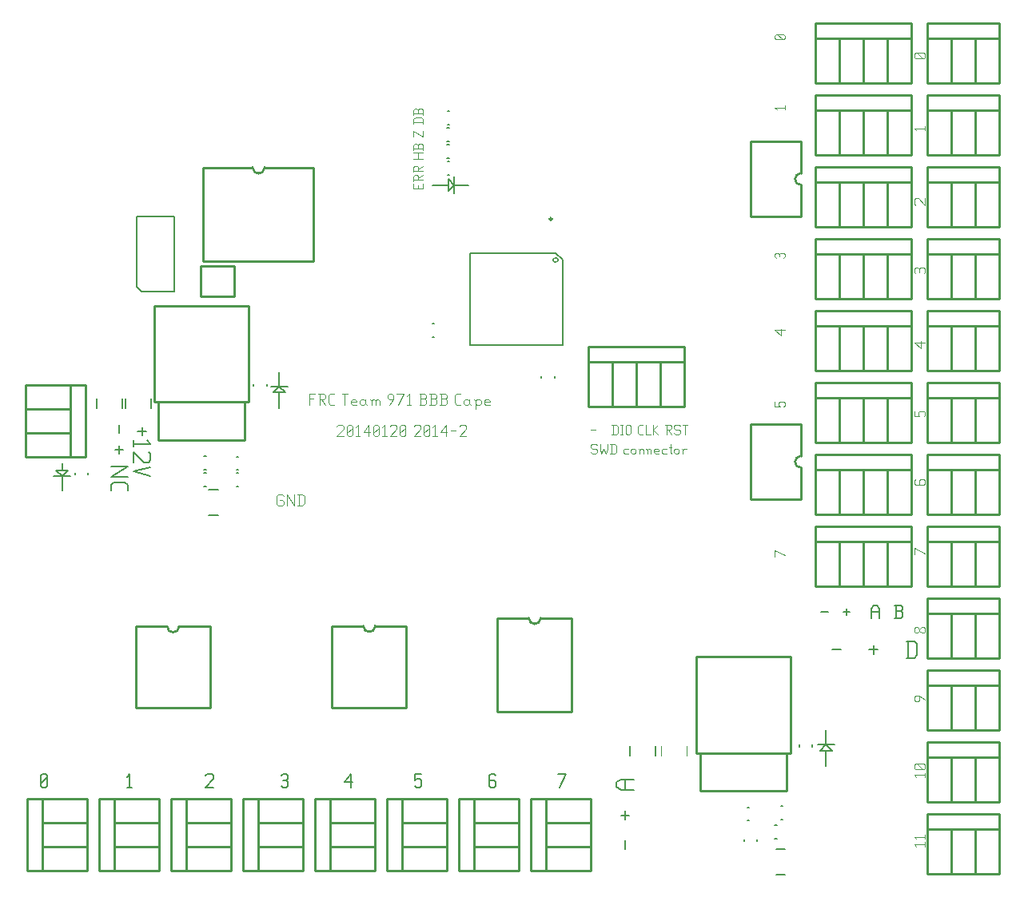
<source format=gbr>
G04 start of page 10 for group -4079 idx -4079 *
G04 Title: 971 BBB Cape, topsilk *
G04 Creator: pcb 20110918 *
G04 CreationDate: Mon Jan 20 21:04:42 2014 UTC *
G04 For: brians *
G04 Format: Gerber/RS-274X *
G04 PCB-Dimensions: 500000 400000 *
G04 PCB-Coordinate-Origin: lower left *
%MOIN*%
%FSLAX25Y25*%
%LNTOPSILK*%
%ADD324C,0.0030*%
%ADD323C,0.0080*%
%ADD322C,0.0100*%
%ADD321C,0.0070*%
%ADD320C,0.0040*%
%ADD319C,0.0042*%
%ADD318C,0.0054*%
%ADD317C,0.0072*%
%ADD316C,0.0046*%
%ADD315C,0.0060*%
G54D315*X251441Y328500D02*X248941Y331000D01*
X251441Y328500D02*X248941Y326000D01*
Y331000D01*
X251441Y328500D02*X257441D01*
X251441Y332000D02*Y325000D01*
X248941Y328500D02*X242441D01*
X406441Y95000D02*X403941Y92500D01*
X406441Y95000D02*X408941Y92500D01*
X403941D02*X408941D01*
X406441Y101000D02*Y95000D01*
Y92500D02*Y86000D01*
X402941Y95000D02*X409941D01*
X178441Y244500D02*X175941Y242000D01*
X178441Y244500D02*X180941Y242000D01*
X175941D02*X180941D01*
X178441Y250500D02*Y244500D01*
Y242000D02*Y235500D01*
X174941Y244500D02*X181941D01*
X87941Y207000D02*X90441Y209500D01*
X87941Y207000D02*X85441Y209500D01*
X90441D01*
X87941Y207000D02*Y201000D01*
X84441Y207000D02*X91441D01*
X87941Y209500D02*Y212500D01*
G54D316*X444070Y52497D02*X443150Y53417D01*
X447750D01*
Y54222D02*Y52497D01*
X444070Y55602D02*X443150Y56522D01*
X447750D01*
Y57327D02*Y55602D01*
X444070Y81477D02*X443150Y82397D01*
X447750D01*
Y83202D02*Y81477D01*
X447175Y84582D02*X447750Y85157D01*
X443725Y84582D02*X447175D01*
X443725D02*X443150Y85157D01*
Y86307D02*Y85157D01*
Y86307D02*X443725Y86882D01*
X447175D01*
X447750Y86307D02*X447175Y86882D01*
X447750Y86307D02*Y85157D01*
X446600Y84582D02*X444300Y86882D01*
X447750Y113677D02*X445450Y115402D01*
X443725D02*X445450D01*
X443150Y114827D02*X443725Y115402D01*
X443150Y114827D02*Y113677D01*
X443725Y113102D02*X443150Y113677D01*
X443725Y113102D02*X444875D01*
X445450Y113677D01*
Y115402D02*Y113677D01*
X447175Y141622D02*X447750Y142197D01*
X446255Y141622D02*X447175D01*
X446255D02*X445450Y142427D01*
Y143117D02*Y142427D01*
Y143117D02*X446255Y143922D01*
X447175D01*
X447750Y143347D02*X447175Y143922D01*
X447750Y143347D02*Y142197D01*
X444645Y141622D02*X445450Y142427D01*
X443725Y141622D02*X444645D01*
X443725D02*X443150Y142197D01*
Y143347D02*Y142197D01*
Y143347D02*X443725Y143922D01*
X444645D01*
X445450Y143117D02*X444645Y143922D01*
X447750Y174857D02*X443150Y177157D01*
Y174282D01*
Y205102D02*X443725Y205677D01*
X443150Y205102D02*Y203952D01*
X443725Y203377D02*X443150Y203952D01*
X443725Y203377D02*X447175D01*
X447750Y203952D01*
X445220Y205102D02*X445795Y205677D01*
X445220Y205102D02*Y203377D01*
X447750Y205102D02*Y203952D01*
Y205102D02*X447175Y205677D01*
X445795D02*X447175D01*
X443150Y234197D02*Y231897D01*
X445450D01*
X444875Y232472D01*
Y233622D02*Y232472D01*
Y233622D02*X445450Y234197D01*
X447175D01*
X447750Y233622D02*X447175Y234197D01*
X447750Y233622D02*Y232472D01*
X447175Y231897D02*X447750Y232472D01*
X446025Y260417D02*X443150Y262717D01*
X446025Y263292D02*Y260417D01*
X443150Y262717D02*X447750D01*
X443725Y291582D02*X443150Y292157D01*
Y293307D02*Y292157D01*
Y293307D02*X443725Y293882D01*
X447750Y293307D02*X447175Y293882D01*
X447750Y293307D02*Y292157D01*
X447175Y291582D02*X447750Y292157D01*
X445220Y293307D02*Y292157D01*
X443725Y293882D02*X444645D01*
X445795D02*X447175D01*
X445795D02*X445220Y293307D01*
X444645Y293882D02*X445220Y293307D01*
X443725Y320102D02*X443150Y320677D01*
Y322402D02*Y320677D01*
Y322402D02*X443725Y322977D01*
X444875D01*
X447750Y320102D02*X444875Y322977D01*
X447750D02*Y320102D01*
X444070Y351267D02*X443150Y352187D01*
X447750D01*
Y352992D02*Y351267D01*
X447175Y381282D02*X447750Y381857D01*
X443725Y381282D02*X447175D01*
X443725D02*X443150Y381857D01*
Y383007D02*Y381857D01*
Y383007D02*X443725Y383582D01*
X447175D01*
X447750Y383007D02*X447175Y383582D01*
X447750Y383007D02*Y381857D01*
X446600Y381282D02*X444300Y383582D01*
G54D317*X408938Y134585D02*X412538D01*
X424418D02*X428018D01*
X426218Y136385D02*Y132785D01*
X440798Y138185D02*Y130985D01*
X443138Y138185D02*X444398Y136925D01*
Y132245D01*
X443138Y130985D02*X444398Y132245D01*
X439898Y130985D02*X443138D01*
X439898Y138185D02*X443138D01*
G54D318*X404438Y150435D02*X407138D01*
X413618D02*X416318D01*
X414968Y151785D02*Y149085D01*
X425228Y151785D02*Y147735D01*
Y151785D02*X426173Y153135D01*
X427658D01*
X428603Y151785D01*
Y147735D01*
X425228Y150435D02*X428603D01*
X435083Y147735D02*X437783D01*
X438458Y148410D01*
Y150030D02*Y148410D01*
X437783Y150705D02*X438458Y150030D01*
X435758Y150705D02*X437783D01*
X435758Y153135D02*Y147735D01*
X435083Y153135D02*X437783D01*
X438458Y152460D01*
Y151380D01*
X437783Y150705D02*X438458Y151380D01*
G54D319*X389250Y174022D02*X385050Y176122D01*
Y173497D01*
Y238072D02*Y235972D01*
X387150D01*
X386625Y236497D01*
Y237547D02*Y236497D01*
Y237547D02*X387150Y238072D01*
X388725D01*
X389250Y237547D02*X388725Y238072D01*
X389250Y237547D02*Y236497D01*
X388725Y235972D02*X389250Y236497D01*
X387675Y265792D02*X385050Y267892D01*
X387675Y268417D02*Y265792D01*
X385050Y267892D02*X389250D01*
X385575Y298027D02*X385050Y298552D01*
Y299602D02*Y298552D01*
Y299602D02*X385575Y300127D01*
X389250Y299602D02*X388725Y300127D01*
X389250Y299602D02*Y298552D01*
X388725Y298027D02*X389250Y298552D01*
X386940Y299602D02*Y298552D01*
X385575Y300127D02*X386415D01*
X387465D02*X388725D01*
X387465D02*X386940Y299602D01*
X386415Y300127D02*X386940Y299602D01*
X385890Y359977D02*X385050Y360817D01*
X389250D01*
Y361552D02*Y359977D01*
X388725Y389272D02*X389250Y389797D01*
X385575Y389272D02*X388725D01*
X385575D02*X385050Y389797D01*
Y390847D02*Y389797D01*
Y390847D02*X385575Y391372D01*
X388725D01*
X389250Y390847D02*X388725Y391372D01*
X389250Y390847D02*Y389797D01*
X388200Y389272D02*X386100Y391372D01*
G54D320*X308438Y226485D02*X310438D01*
X317538Y228485D02*Y224485D01*
X318838Y228485D02*X319538Y227785D01*
Y225185D01*
X318838Y224485D02*X319538Y225185D01*
X317038Y224485D02*X318838D01*
X317038Y228485D02*X318838D01*
X320738D02*X321738D01*
X321238D02*Y224485D01*
X320738D02*X321738D01*
X322938Y227985D02*Y224985D01*
Y227985D02*X323438Y228485D01*
X324438D01*
X324938Y227985D01*
Y224985D01*
X324438Y224485D02*X324938Y224985D01*
X323438Y224485D02*X324438D01*
X322938Y224985D02*X323438Y224485D01*
X328638D02*X329938D01*
X327938Y225185D02*X328638Y224485D01*
X327938Y227785D02*Y225185D01*
Y227785D02*X328638Y228485D01*
X329938D01*
X331138D02*Y224485D01*
X333138D01*
X334338Y228485D02*Y224485D01*
Y226485D02*X336338Y228485D01*
X334338Y226485D02*X336338Y224485D01*
X339338Y228485D02*X341338D01*
X341838Y227985D01*
Y226985D01*
X341338Y226485D02*X341838Y226985D01*
X339838Y226485D02*X341338D01*
X339838Y228485D02*Y224485D01*
X340638Y226485D02*X341838Y224485D01*
X345038Y228485D02*X345538Y227985D01*
X343538Y228485D02*X345038D01*
X343038Y227985D02*X343538Y228485D01*
X343038Y227985D02*Y226985D01*
X343538Y226485D01*
X345038D01*
X345538Y225985D01*
Y224985D01*
X345038Y224485D02*X345538Y224985D01*
X343538Y224485D02*X345038D01*
X343038Y224985D02*X343538Y224485D01*
X346738Y228485D02*X348738D01*
X347738D02*Y224485D01*
X310438Y220485D02*X310938Y219985D01*
X308938Y220485D02*X310438D01*
X308438Y219985D02*X308938Y220485D01*
X308438Y219985D02*Y218985D01*
X308938Y218485D01*
X310438D01*
X310938Y217985D01*
Y216985D01*
X310438Y216485D02*X310938Y216985D01*
X308938Y216485D02*X310438D01*
X308438Y216985D02*X308938Y216485D01*
X312138Y220485D02*Y218485D01*
X312638Y216485D01*
X313638Y218485D01*
X314638Y216485D01*
X315138Y218485D01*
Y220485D02*Y218485D01*
X316838Y220485D02*Y216485D01*
X318138Y220485D02*X318838Y219785D01*
Y217185D01*
X318138Y216485D02*X318838Y217185D01*
X316338Y216485D02*X318138D01*
X316338Y220485D02*X318138D01*
X322338Y218485D02*X323838D01*
X321838Y217985D02*X322338Y218485D01*
X321838Y217985D02*Y216985D01*
X322338Y216485D01*
X323838D01*
X325038Y217985D02*Y216985D01*
Y217985D02*X325538Y218485D01*
X326538D01*
X327038Y217985D01*
Y216985D01*
X326538Y216485D02*X327038Y216985D01*
X325538Y216485D02*X326538D01*
X325038Y216985D02*X325538Y216485D01*
X328738Y217985D02*Y216485D01*
Y217985D02*X329238Y218485D01*
X329738D01*
X330238Y217985D01*
Y216485D01*
X328238Y218485D02*X328738Y217985D01*
X331938D02*Y216485D01*
Y217985D02*X332438Y218485D01*
X332938D01*
X333438Y217985D01*
Y216485D01*
X331438Y218485D02*X331938Y217985D01*
X335138Y216485D02*X336638D01*
X334638Y216985D02*X335138Y216485D01*
X334638Y217985D02*Y216985D01*
Y217985D02*X335138Y218485D01*
X336138D01*
X336638Y217985D01*
X334638Y217485D02*X336638D01*
Y217985D02*Y217485D01*
X338338Y218485D02*X339838D01*
X337838Y217985D02*X338338Y218485D01*
X337838Y217985D02*Y216985D01*
X338338Y216485D01*
X339838D01*
X341538Y220485D02*Y216985D01*
X342038Y216485D01*
X341038Y218985D02*X342038D01*
X343038Y217985D02*Y216985D01*
Y217985D02*X343538Y218485D01*
X344538D01*
X345038Y217985D01*
Y216985D01*
X344538Y216485D02*X345038Y216985D01*
X343538Y216485D02*X344538D01*
X343038Y216985D02*X343538Y216485D01*
X346738Y217985D02*Y216485D01*
Y217985D02*X347238Y218485D01*
X348238D01*
X346238D02*X346738Y217985D01*
X236256Y328497D02*Y326997D01*
X238456Y328997D02*Y326997D01*
X234456D02*X238456D01*
X234456Y328997D02*Y326997D01*
Y332197D02*Y330197D01*
Y332197D02*X234956Y332697D01*
X235956D01*
X236456Y332197D02*X235956Y332697D01*
X236456Y332197D02*Y330697D01*
X234456D02*X238456D01*
X236456Y331497D02*X238456Y332697D01*
X234456Y335897D02*Y333897D01*
Y335897D02*X234956Y336397D01*
X235956D01*
X236456Y335897D02*X235956Y336397D01*
X236456Y335897D02*Y334397D01*
X234456D02*X238456D01*
X236456Y335197D02*X238456Y336397D01*
X234456Y339397D02*X238456D01*
X234456Y341897D02*X238456D01*
X236456D02*Y339397D01*
X238456Y345097D02*Y343097D01*
Y345097D02*X237956Y345597D01*
X236756D02*X237956D01*
X236256Y345097D02*X236756Y345597D01*
X236256Y345097D02*Y343597D01*
X234456D02*X238456D01*
X234456Y345097D02*Y343097D01*
Y345097D02*X234956Y345597D01*
X235756D01*
X236256Y345097D02*X235756Y345597D01*
X234456Y351097D02*Y348597D01*
X238456D02*X234456Y351097D01*
X238456D02*Y348597D01*
X234456Y354597D02*X238456D01*
X234456Y355897D02*X235156Y356597D01*
X237756D01*
X238456Y355897D02*X237756Y356597D01*
X238456Y355897D02*Y354097D01*
X234456Y355897D02*Y354097D01*
X238456Y359797D02*Y357797D01*
Y359797D02*X237956Y360297D01*
X236756D02*X237956D01*
X236256Y359797D02*X236756Y360297D01*
X236256Y359797D02*Y358297D01*
X234456D02*X238456D01*
X234456Y359797D02*Y357797D01*
Y359797D02*X234956Y360297D01*
X235756D01*
X236256Y359797D02*X235756Y360297D01*
G54D316*X190941Y241350D02*Y236750D01*
Y241350D02*X193241D01*
X190941Y239280D02*X192666D01*
X194621Y241350D02*X196921D01*
X197496Y240775D01*
Y239625D01*
X196921Y239050D02*X197496Y239625D01*
X195196Y239050D02*X196921D01*
X195196Y241350D02*Y236750D01*
X196116Y239050D02*X197496Y236750D01*
X199681D02*X201176D01*
X198876Y237555D02*X199681Y236750D01*
X198876Y240545D02*Y237555D01*
Y240545D02*X199681Y241350D01*
X201176D01*
X204626D02*X206926D01*
X205776D02*Y236750D01*
X208881D02*X210606D01*
X208306Y237325D02*X208881Y236750D01*
X208306Y238475D02*Y237325D01*
Y238475D02*X208881Y239050D01*
X210031D01*
X210606Y238475D01*
X208306Y237900D02*X210606D01*
Y238475D02*Y237900D01*
X213711Y239050D02*X214286Y238475D01*
X212561Y239050D02*X213711D01*
X211986Y238475D02*X212561Y239050D01*
X211986Y238475D02*Y237325D01*
X212561Y236750D01*
X214286Y239050D02*Y237325D01*
X214861Y236750D01*
X212561D02*X213711D01*
X214286Y237325D01*
X216816Y238475D02*Y236750D01*
Y238475D02*X217391Y239050D01*
X217966D01*
X218541Y238475D01*
Y236750D01*
Y238475D02*X219116Y239050D01*
X219691D01*
X220266Y238475D01*
Y236750D01*
X216241Y239050D02*X216816Y238475D01*
X224291Y236750D02*X226016Y239050D01*
Y240775D02*Y239050D01*
X225441Y241350D02*X226016Y240775D01*
X224291Y241350D02*X225441D01*
X223716Y240775D02*X224291Y241350D01*
X223716Y240775D02*Y239625D01*
X224291Y239050D01*
X226016D01*
X227971Y236750D02*X230271Y241350D01*
X227396D02*X230271D01*
X231651Y240430D02*X232571Y241350D01*
Y236750D01*
X231651D02*X233376D01*
X236826D02*X239126D01*
X239701Y237325D01*
Y238705D02*Y237325D01*
X239126Y239280D02*X239701Y238705D01*
X237401Y239280D02*X239126D01*
X237401Y241350D02*Y236750D01*
X236826Y241350D02*X239126D01*
X239701Y240775D01*
Y239855D01*
X239126Y239280D02*X239701Y239855D01*
X241081Y236750D02*X243381D01*
X243956Y237325D01*
Y238705D02*Y237325D01*
X243381Y239280D02*X243956Y238705D01*
X241656Y239280D02*X243381D01*
X241656Y241350D02*Y236750D01*
X241081Y241350D02*X243381D01*
X243956Y240775D01*
Y239855D01*
X243381Y239280D02*X243956Y239855D01*
X245336Y236750D02*X247636D01*
X248211Y237325D01*
Y238705D02*Y237325D01*
X247636Y239280D02*X248211Y238705D01*
X245911Y239280D02*X247636D01*
X245911Y241350D02*Y236750D01*
X245336Y241350D02*X247636D01*
X248211Y240775D01*
Y239855D01*
X247636Y239280D02*X248211Y239855D01*
X252466Y236750D02*X253961D01*
X251661Y237555D02*X252466Y236750D01*
X251661Y240545D02*Y237555D01*
Y240545D02*X252466Y241350D01*
X253961D01*
X257066Y239050D02*X257641Y238475D01*
X255916Y239050D02*X257066D01*
X255341Y238475D02*X255916Y239050D01*
X255341Y238475D02*Y237325D01*
X255916Y236750D01*
X257641Y239050D02*Y237325D01*
X258216Y236750D01*
X255916D02*X257066D01*
X257641Y237325D01*
X260171Y238475D02*Y235025D01*
X259596Y239050D02*X260171Y238475D01*
X260746Y239050D01*
X261896D01*
X262471Y238475D01*
Y237325D01*
X261896Y236750D02*X262471Y237325D01*
X260746Y236750D02*X261896D01*
X260171Y237325D02*X260746Y236750D01*
X264426D02*X266151D01*
X263851Y237325D02*X264426Y236750D01*
X263851Y238475D02*Y237325D01*
Y238475D02*X264426Y239050D01*
X265576D01*
X266151Y238475D01*
X263851Y237900D02*X266151D01*
Y238475D02*Y237900D01*
X202441Y227775D02*X203016Y228350D01*
X204741D01*
X205316Y227775D01*
Y226625D01*
X202441Y223750D02*X205316Y226625D01*
X202441Y223750D02*X205316D01*
X206696Y224325D02*X207271Y223750D01*
X206696Y227775D02*Y224325D01*
Y227775D02*X207271Y228350D01*
X208421D01*
X208996Y227775D01*
Y224325D01*
X208421Y223750D02*X208996Y224325D01*
X207271Y223750D02*X208421D01*
X206696Y224900D02*X208996Y227200D01*
X210376Y227430D02*X211296Y228350D01*
Y223750D01*
X210376D02*X212101D01*
X213481Y225475D02*X215781Y228350D01*
X213481Y225475D02*X216356D01*
X215781Y228350D02*Y223750D01*
X217736Y224325D02*X218311Y223750D01*
X217736Y227775D02*Y224325D01*
Y227775D02*X218311Y228350D01*
X219461D01*
X220036Y227775D01*
Y224325D01*
X219461Y223750D02*X220036Y224325D01*
X218311Y223750D02*X219461D01*
X217736Y224900D02*X220036Y227200D01*
X221416Y227430D02*X222336Y228350D01*
Y223750D01*
X221416D02*X223141D01*
X224521Y227775D02*X225096Y228350D01*
X226821D01*
X227396Y227775D01*
Y226625D01*
X224521Y223750D02*X227396Y226625D01*
X224521Y223750D02*X227396D01*
X228776Y224325D02*X229351Y223750D01*
X228776Y227775D02*Y224325D01*
Y227775D02*X229351Y228350D01*
X230501D01*
X231076Y227775D01*
Y224325D01*
X230501Y223750D02*X231076Y224325D01*
X229351Y223750D02*X230501D01*
X228776Y224900D02*X231076Y227200D01*
X234526Y227775D02*X235101Y228350D01*
X236826D01*
X237401Y227775D01*
Y226625D01*
X234526Y223750D02*X237401Y226625D01*
X234526Y223750D02*X237401D01*
X238781Y224325D02*X239356Y223750D01*
X238781Y227775D02*Y224325D01*
Y227775D02*X239356Y228350D01*
X240506D01*
X241081Y227775D01*
Y224325D01*
X240506Y223750D02*X241081Y224325D01*
X239356Y223750D02*X240506D01*
X238781Y224900D02*X241081Y227200D01*
X242461Y227430D02*X243381Y228350D01*
Y223750D01*
X242461D02*X244186D01*
X245566Y225475D02*X247866Y228350D01*
X245566Y225475D02*X248441D01*
X247866Y228350D02*Y223750D01*
X249821Y226050D02*X252121D01*
X253501Y227775D02*X254076Y228350D01*
X255801D01*
X256376Y227775D01*
Y226625D01*
X253501Y223750D02*X256376Y226625D01*
X253501Y223750D02*X256376D01*
X179741Y199350D02*X180316Y198775D01*
X178016Y199350D02*X179741D01*
X177441Y198775D02*X178016Y199350D01*
X177441Y198775D02*Y195325D01*
X178016Y194750D01*
X179741D01*
X180316Y195325D01*
Y196475D02*Y195325D01*
X179741Y197050D02*X180316Y196475D01*
X178591Y197050D02*X179741D01*
X181696Y199350D02*Y194750D01*
Y199350D02*X184571Y194750D01*
Y199350D02*Y194750D01*
X186526Y199350D02*Y194750D01*
X188021Y199350D02*X188826Y198545D01*
Y195555D01*
X188021Y194750D02*X188826Y195555D01*
X185951Y194750D02*X188021D01*
X185951Y199350D02*X188021D01*
G54D321*X111691Y228500D02*Y225000D01*
Y219750D02*Y216250D01*
X109941Y218000D02*X113441D01*
X108191Y211000D02*X115191D01*
X108191Y206625D01*
X115191D01*
X108191Y203300D02*Y201025D01*
X109416Y204525D02*X108191Y203300D01*
X109416Y204525D02*X113966D01*
X115191Y203300D01*
Y201025D01*
X121191Y227500D02*Y224000D01*
X119441Y225750D02*X122941D01*
X123291Y221900D02*X124691Y220500D01*
X117691D02*X124691D01*
X117691Y221900D02*Y219275D01*
X123816Y217175D02*X124691Y216300D01*
Y213675D01*
X123816Y212800D01*
X122066D02*X123816D01*
X117691Y217175D02*X122066Y212800D01*
X117691Y217175D02*Y212800D01*
X124691Y210700D02*X117691Y208950D01*
X124691Y207200D01*
G54D317*X322650Y55096D02*Y51496D01*
Y67336D02*Y63736D01*
X320850Y65536D02*X324450D01*
X320850Y75976D02*X326250D01*
X320850D02*X319050Y77236D01*
Y79216D02*Y77236D01*
Y79216D02*X320850Y80476D01*
X326250D01*
X322650D02*Y75976D01*
G54D318*X78938Y77866D02*X79613Y77191D01*
X78938Y81916D02*Y77866D01*
Y81916D02*X79613Y82591D01*
X80963D01*
X81638Y81916D01*
Y77866D01*
X80963Y77191D02*X81638Y77866D01*
X79613Y77191D02*X80963D01*
X78938Y78541D02*X81638Y81241D01*
X114848Y81511D02*X115928Y82591D01*
Y77191D01*
X114848D02*X116873D01*
X147653Y81916D02*X148328Y82591D01*
X150353D01*
X151028Y81916D01*
Y80566D01*
X147653Y77191D02*X151028Y80566D01*
X147653Y77191D02*X151028D01*
X179378Y81916D02*X180053Y82591D01*
X181403D01*
X182078Y81916D01*
X181403Y77191D02*X182078Y77866D01*
X180053Y77191D02*X181403D01*
X179378Y77866D02*X180053Y77191D01*
Y80161D02*X181403D01*
X182078Y81916D02*Y80836D01*
Y79486D02*Y77866D01*
Y79486D02*X181403Y80161D01*
X182078Y80836D02*X181403Y80161D01*
X205568Y79216D02*X208268Y82591D01*
X205568Y79216D02*X208943D01*
X208268Y82591D02*Y77191D01*
X234863Y82591D02*X237563D01*
X234863D02*Y79891D01*
X235538Y80566D01*
X236888D01*
X237563Y79891D01*
Y77866D01*
X236888Y77191D02*X237563Y77866D01*
X235538Y77191D02*X236888D01*
X234863Y77866D02*X235538Y77191D01*
X267938Y82591D02*X268613Y81916D01*
X266588Y82591D02*X267938D01*
X265913Y81916D02*X266588Y82591D01*
X265913Y81916D02*Y77866D01*
X266588Y77191D01*
X267938Y80161D02*X268613Y79486D01*
X265913Y80161D02*X267938D01*
X266588Y77191D02*X267938D01*
X268613Y77866D01*
Y79486D02*Y77866D01*
X295208Y77191D02*X297908Y82591D01*
X294533D02*X297908D01*
G54D322*X448500Y126200D02*Y101200D01*
X478500Y126200D02*Y101200D01*
Y126200D02*X448500D01*
Y119700D02*X478500D01*
X458500Y101200D02*Y119700D01*
X468500Y101200D02*Y119700D01*
X448500Y101200D02*X478500D01*
X448500D02*X458500D01*
X448500Y96200D02*Y71200D01*
X478500Y96200D02*Y71200D01*
Y96200D02*X448500D01*
Y89700D02*X478500D01*
X458500Y71200D02*Y89700D01*
X468500Y71200D02*Y89700D01*
X448500Y71200D02*X478500D01*
X448500D02*X458500D01*
X448500Y66200D02*Y41200D01*
X478500Y66200D02*Y41200D01*
Y66200D02*X448500D01*
Y59700D02*X478500D01*
X458500Y41200D02*Y59700D01*
X468500Y41200D02*Y59700D01*
X448500Y41200D02*X478500D01*
X448500D02*X458500D01*
X448500Y216200D02*Y191200D01*
X478500Y216200D02*Y191200D01*
Y216200D02*X448500D01*
Y209700D02*X478500D01*
X458500Y191200D02*Y209700D01*
X468500Y191200D02*Y209700D01*
X448500Y191200D02*X478500D01*
X448500D02*X458500D01*
X448500Y186200D02*Y161200D01*
X478500Y186200D02*Y161200D01*
Y186200D02*X448500D01*
Y179700D02*X478500D01*
X458500Y161200D02*Y179700D01*
X468500Y161200D02*Y179700D01*
X448500Y161200D02*X478500D01*
X448500D02*X458500D01*
X374835Y228566D02*X396047D01*
X374835D02*Y197434D01*
X396047D01*
Y228566D02*Y215500D01*
Y210500D02*Y197434D01*
Y215500D02*G75*G03X396047Y210500I0J-2500D01*G01*
X402000Y216200D02*Y191200D01*
X442000Y216200D02*Y191200D01*
Y216200D02*X402000D01*
Y209700D02*X442000D01*
X412000Y191200D02*Y209700D01*
X422000Y191200D02*Y209700D01*
X432000Y191200D02*Y209700D01*
X402000Y191200D02*X442000D01*
X402000D02*X412000D01*
X448500Y246200D02*Y221200D01*
X478500Y246200D02*Y221200D01*
X448500Y246200D02*X478500D01*
X448500Y239700D02*X478500D01*
X458500D02*Y221200D01*
X468500Y239700D02*Y221200D01*
X448500D02*X478500D01*
X448500D02*X458500D01*
X402000Y246200D02*Y221200D01*
X442000Y246200D02*Y221200D01*
Y246200D02*X402000D01*
Y239700D02*X442000D01*
X412000Y221200D02*Y239700D01*
X422000Y221200D02*Y239700D01*
X432000Y221200D02*Y239700D01*
X402000Y221200D02*X442000D01*
X402000D02*X412000D01*
X448500Y276200D02*Y251200D01*
X478500Y276200D02*Y251200D01*
Y276200D02*X448500D01*
Y269700D02*X478500D01*
X458500Y251200D02*Y269700D01*
X468500Y251200D02*Y269700D01*
X448500Y251200D02*X478500D01*
X448500D02*X458500D01*
X448500Y156200D02*Y131200D01*
X478500Y156200D02*Y131200D01*
Y156200D02*X448500D01*
Y149700D02*X478500D01*
X458500Y131200D02*Y149700D01*
X468500Y131200D02*Y149700D01*
X448500Y131200D02*X478500D01*
X448500D02*X458500D01*
X402000Y186200D02*Y161200D01*
X442000Y186200D02*Y161200D01*
Y186200D02*X402000D01*
Y179700D02*X442000D01*
X412000Y161200D02*Y179700D01*
X422000Y161200D02*Y179700D01*
X432000Y161200D02*Y179700D01*
X402000Y161200D02*X442000D01*
X402000D02*X412000D01*
X353831Y75673D02*Y91421D01*
X390051Y75673D02*X353831D01*
X390051Y91421D02*Y75673D01*
X352256Y91421D02*Y131579D01*
X391626Y91421D02*Y131579D01*
Y91421D02*X352256D01*
X391626Y131579D02*X352256D01*
G54D323*X400696Y94892D02*Y94106D01*
X395186Y94892D02*Y94106D01*
X372186Y55349D02*Y54563D01*
X377696Y55349D02*Y54563D01*
X373548Y68755D02*X374334D01*
X373548Y63245D02*X374334D01*
X385473Y51314D02*X389409D01*
X385473Y40686D02*X389409D01*
X385048Y61255D02*X385834D01*
X385048Y55745D02*X385834D01*
X387548Y69255D02*X388334D01*
X387548Y63745D02*X388334D01*
G54D322*X448500Y396200D02*Y371200D01*
X478500Y396200D02*Y371200D01*
X448500Y396200D02*X478500D01*
X448500Y389700D02*X478500D01*
X458500D02*Y371200D01*
X468500Y389700D02*Y371200D01*
X448500D02*X478500D01*
X448500D02*X458500D01*
X448500Y366200D02*Y341200D01*
X478500Y366200D02*Y341200D01*
Y366200D02*X448500D01*
Y359700D02*X478500D01*
X458500Y341200D02*Y359700D01*
X468500Y341200D02*Y359700D01*
X448500Y341200D02*X478500D01*
X448500D02*X458500D01*
X402000Y366200D02*Y341200D01*
X442000Y366200D02*Y341200D01*
Y366200D02*X402000D01*
Y359700D02*X442000D01*
X412000Y341200D02*Y359700D01*
X422000Y341200D02*Y359700D01*
X432000Y341200D02*Y359700D01*
X402000Y341200D02*X442000D01*
X402000D02*X412000D01*
X402000Y396200D02*Y371200D01*
X442000Y396200D02*Y371200D01*
Y396200D02*X402000D01*
Y389700D02*X442000D01*
X412000Y371200D02*Y389700D01*
X422000Y371200D02*Y389700D01*
X432000Y371200D02*Y389700D01*
X402000Y371200D02*X442000D01*
X402000D02*X412000D01*
X448500Y336200D02*Y311200D01*
X478500Y336200D02*Y311200D01*
Y336200D02*X448500D01*
Y329700D02*X478500D01*
X458500Y311200D02*Y329700D01*
X468500Y311200D02*Y329700D01*
X448500Y311200D02*X478500D01*
X448500D02*X458500D01*
X448500Y306200D02*Y281200D01*
X478500Y306200D02*Y281200D01*
Y306200D02*X448500D01*
Y299700D02*X478500D01*
X458500Y281200D02*Y299700D01*
X468500Y281200D02*Y299700D01*
X448500Y281200D02*X478500D01*
X448500D02*X458500D01*
X374835Y346566D02*X396047D01*
X374835D02*Y315434D01*
X396047D01*
Y346566D02*Y333500D01*
Y328500D02*Y315434D01*
Y333500D02*G75*G03X396047Y328500I0J-2500D01*G01*
X402000Y306200D02*Y281200D01*
X442000Y306200D02*Y281200D01*
Y306200D02*X402000D01*
Y299700D02*X442000D01*
X412000Y281200D02*Y299700D01*
X422000Y281200D02*Y299700D01*
X432000Y281200D02*Y299700D01*
X402000Y281200D02*X442000D01*
X402000D02*X412000D01*
X402000Y336200D02*Y311200D01*
X442000Y336200D02*Y311200D01*
X402000Y336200D02*X442000D01*
X402000Y329700D02*X442000D01*
X412000D02*Y311200D01*
X422000Y329700D02*Y311200D01*
X432000Y329700D02*Y311200D01*
X402000D02*X442000D01*
X402000D02*X412000D01*
X402000Y276200D02*Y251200D01*
X442000Y276200D02*Y251200D01*
X402000Y276200D02*X442000D01*
X402000Y269700D02*X442000D01*
X412000D02*Y251200D01*
X422000Y269700D02*Y251200D01*
X432000Y269700D02*Y251200D01*
X402000D02*X442000D01*
X402000D02*X412000D01*
X307441Y261200D02*Y236200D01*
X347441Y261200D02*Y236200D01*
Y261200D02*X307441D01*
Y254700D02*X347441D01*
X317441Y236200D02*Y254700D01*
X327441Y236200D02*Y254700D01*
X337441Y236200D02*Y254700D01*
X307441Y236200D02*X347441D01*
X307441D02*X317441D01*
X283241Y42500D02*X308241D01*
X283241Y72500D02*X308241D01*
X283241D02*Y42500D01*
X289741Y72500D02*Y42500D01*
Y52500D02*X308241D01*
X289741Y62500D02*X308241D01*
Y72500D02*Y42500D01*
Y52500D02*Y42500D01*
X269438Y147822D02*Y108822D01*
X300438D01*
Y147822D01*
X269438D02*X282438D01*
X300438D02*X287438D01*
X282438D02*G75*G03X287438Y147822I2500J0D01*G01*
X223241Y42500D02*X248241D01*
X223241Y72500D02*X248241D01*
X223241D02*Y42500D01*
X229741Y72500D02*Y42500D01*
Y52500D02*X248241D01*
X229741Y62500D02*X248241D01*
Y72500D02*Y42500D01*
Y52500D02*Y42500D01*
X253241D02*X278241D01*
X253241Y72500D02*X278241D01*
X253241D02*Y42500D01*
X259741Y72500D02*Y42500D01*
Y52500D02*X278241D01*
X259741Y62500D02*X278241D01*
Y72500D02*Y42500D01*
Y52500D02*Y42500D01*
G54D324*X348255Y94467D02*Y90531D01*
X337627Y94467D02*Y90531D01*
G54D323*X335255Y94467D02*Y90531D01*
X324627Y94467D02*Y90531D01*
G54D322*X73241Y42500D02*X98241D01*
X73241Y72500D02*X98241D01*
X73241D02*Y42500D01*
X79741Y72500D02*Y42500D01*
Y52500D02*X98241D01*
X79741Y62500D02*X98241D01*
Y72500D02*Y42500D01*
Y52500D02*Y42500D01*
X193241D02*X218241D01*
X193241Y72500D02*X218241D01*
X193241D02*Y42500D01*
X199741Y72500D02*Y42500D01*
Y52500D02*X218241D01*
X199741Y62500D02*X218241D01*
Y72500D02*Y42500D01*
Y52500D02*Y42500D01*
X163241D02*X188241D01*
X163241Y72500D02*X188241D01*
X163241D02*Y42500D01*
X169741Y72500D02*Y42500D01*
Y52500D02*X188241D01*
X169741Y62500D02*X188241D01*
Y72500D02*Y42500D01*
Y52500D02*Y42500D01*
X133241D02*X158241D01*
X133241Y72500D02*X158241D01*
X133241D02*Y42500D01*
X139741Y72500D02*Y42500D01*
Y52500D02*X158241D01*
X139741Y62500D02*X158241D01*
Y72500D02*Y42500D01*
Y52500D02*Y42500D01*
X103241D02*X128241D01*
X103241Y72500D02*X128241D01*
X103241D02*Y42500D01*
X109741Y72500D02*Y42500D01*
Y52500D02*X128241D01*
X109741Y62500D02*X128241D01*
Y72500D02*Y42500D01*
Y52500D02*Y42500D01*
X200441Y144500D02*Y110500D01*
X231441D01*
Y144500D01*
X200441D02*X213441D01*
X231441D02*X218441D01*
X213441D02*G75*G03X218441Y144500I2500J0D01*G01*
X118666Y144340D02*Y110340D01*
X149666D01*
Y144340D01*
X118666D02*X131666D01*
X149666D02*X136666D01*
X131666D02*G75*G03X136666Y144340I2500J0D01*G01*
X146799Y335829D02*Y296829D01*
X192799D01*
Y335829D01*
X146799D02*X167299D01*
X192799D02*X172299D01*
X167299D02*G75*G03X172299Y335829I2500J0D01*G01*
G54D323*X120894Y283923D02*X118925Y285892D01*
X120894Y283923D02*X134673D01*
Y315419D02*Y283923D01*
X118925Y315419D02*X134673D01*
X118925D02*Y285892D01*
X248505Y359255D02*X249291D01*
X248505Y353745D02*X249291D01*
X160548Y208255D02*X161334D01*
X160548Y202745D02*X161334D01*
X160635Y215125D02*X161421D01*
X160635Y209615D02*X161421D01*
X242304Y270584D02*X243090D01*
X242304Y265074D02*X243090D01*
X287686Y248850D02*Y248064D01*
X293196Y248850D02*Y248064D01*
X296525Y297214D02*Y261544D01*
X257955D02*X296525D01*
X257955Y300114D02*Y261544D01*
Y300114D02*X293625D01*
X296525Y297214D01*
X293625Y298214D02*G75*G03X293625Y298214I0J-1000D01*G01*
G54D322*X291150Y314280D02*G75*G03X291150Y314280I500J0D01*G01*
G54D323*X248462Y352255D02*X249248D01*
X248462Y346745D02*X249248D01*
X248505Y338255D02*X249291D01*
X248505Y332745D02*X249291D01*
X248462Y345255D02*X249248D01*
X248462Y339745D02*X249248D01*
G54D322*X145699Y294729D02*X159599D01*
X145699D02*Y281929D01*
X159599D01*
Y294729D02*Y281929D01*
G54D323*X112885Y239433D02*Y235497D01*
X102257Y239433D02*Y235497D01*
X124885D02*Y239433D01*
X114257Y235497D02*Y239433D01*
G54D322*X72641Y245000D02*X97641D01*
X72641Y215000D02*X97641D01*
Y245000D02*Y215000D01*
X91141Y245000D02*Y215000D01*
X72641Y235000D02*X91141D01*
X72641Y225000D02*X91141D01*
X72641Y245000D02*Y215000D01*
Y245000D02*Y235000D01*
G54D323*X93186Y208393D02*Y207607D01*
X98696Y208393D02*Y207607D01*
X173196Y245393D02*Y244607D01*
X167686Y245393D02*Y244607D01*
X148973Y201314D02*X152909D01*
X148973Y190686D02*X152909D01*
G54D322*X127831Y222173D02*Y237921D01*
X164051Y222173D02*X127831D01*
X164051Y237921D02*Y222173D01*
X126256Y237921D02*Y278079D01*
X165626Y237921D02*Y278079D01*
Y237921D02*X126256D01*
X165626Y278079D02*X126256D01*
G54D323*X147048Y208255D02*X147834D01*
X147048Y202745D02*X147834D01*
X147048Y215255D02*X147834D01*
X147048Y209745D02*X147834D01*
M02*

</source>
